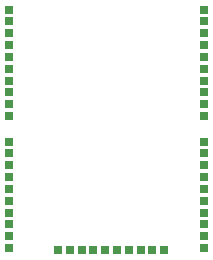
<source format=gbr>
%TF.GenerationSoftware,KiCad,Pcbnew,(6.0.7)*%
%TF.CreationDate,2022-11-10T23:08:22-08:00*%
%TF.ProjectId,memsbreakout_w50,6d656d73-6272-4656-916b-6f75745f7735,0*%
%TF.SameCoordinates,Original*%
%TF.FileFunction,Paste,Top*%
%TF.FilePolarity,Positive*%
%FSLAX46Y46*%
G04 Gerber Fmt 4.6, Leading zero omitted, Abs format (unit mm)*
G04 Created by KiCad (PCBNEW (6.0.7)) date 2022-11-10 23:08:22*
%MOMM*%
%LPD*%
G01*
G04 APERTURE LIST*
%ADD10R,0.700000X0.700000*%
G04 APERTURE END LIST*
D10*
%TO.C,J6*%
X161290000Y-93981000D03*
X161290000Y-94981000D03*
X161290000Y-95981000D03*
X161290000Y-96981000D03*
X161290000Y-97981000D03*
X161290000Y-98981000D03*
X161290000Y-99981000D03*
X161290000Y-100981000D03*
X161290000Y-101981000D03*
X161290000Y-102981000D03*
%TD*%
%TO.C,J7*%
X161290000Y-105156000D03*
X161290000Y-106156000D03*
X161290000Y-107156000D03*
X161290000Y-108156000D03*
X161290000Y-109156000D03*
X161290000Y-110156000D03*
X161290000Y-111156000D03*
X161290000Y-112156000D03*
X161290000Y-113156000D03*
X161290000Y-114156000D03*
%TD*%
%TO.C,J2*%
X144780000Y-105156000D03*
X144780000Y-106156000D03*
X144780000Y-107156000D03*
X144780000Y-108156000D03*
X144780000Y-109156000D03*
X144780000Y-110156000D03*
X144780000Y-111156000D03*
X144780000Y-112156000D03*
X144780000Y-113156000D03*
X144780000Y-114156000D03*
%TD*%
%TO.C,J3*%
X148908000Y-114300000D03*
X149908000Y-114300000D03*
X150908000Y-114300000D03*
X151908000Y-114300000D03*
X152908000Y-114300000D03*
X153908000Y-114300000D03*
X154908000Y-114300000D03*
X155908000Y-114300000D03*
X156908000Y-114300000D03*
X157908000Y-114300000D03*
%TD*%
%TO.C,J5*%
X144780000Y-93981000D03*
X144780000Y-94981000D03*
X144780000Y-95981000D03*
X144780000Y-96981000D03*
X144780000Y-97981000D03*
X144780000Y-98981000D03*
X144780000Y-99981000D03*
X144780000Y-100981000D03*
X144780000Y-101981000D03*
X144780000Y-102981000D03*
%TD*%
M02*

</source>
